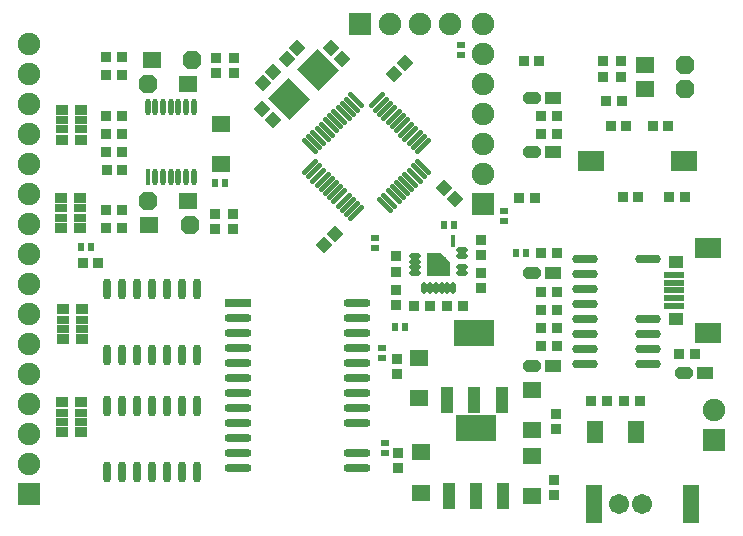
<source format=gts>
G04*
G04 #@! TF.GenerationSoftware,Altium Limited,Altium Designer,18.1.9 (240)*
G04*
G04 Layer_Color=8388736*
%FSLAX25Y25*%
%MOIN*%
G70*
G01*
G75*
%ADD51R,0.03800X0.03800*%
%ADD52R,0.08674X0.06706*%
%ADD53R,0.05800X0.04300*%
G04:AMPARAMS|DCode=54|XSize=58mil|YSize=43mil|CornerRadius=0mil|HoleSize=0mil|Usage=FLASHONLY|Rotation=180.000|XOffset=0mil|YOffset=0mil|HoleType=Round|Shape=Octagon|*
%AMOCTAGOND54*
4,1,8,-0.02900,0.01075,-0.02900,-0.01075,-0.01825,-0.02150,0.01825,-0.02150,0.02900,-0.01075,0.02900,0.01075,0.01825,0.02150,-0.01825,0.02150,-0.02900,0.01075,0.0*
%
%ADD54OCTAGOND54*%

%ADD55R,0.02769X0.02375*%
%ADD56R,0.04737X0.04737*%
%ADD57R,0.01784X0.03950*%
%ADD58O,0.03950X0.01784*%
%ADD59O,0.01784X0.03950*%
%ADD60R,0.02375X0.02769*%
%ADD61R,0.05800X0.07300*%
%ADD62P,0.05374X4X90.0*%
%ADD63P,0.05374X4X180.0*%
G04:AMPARAMS|DCode=64|XSize=102.49mil|YSize=94.61mil|CornerRadius=0mil|HoleSize=0mil|Usage=FLASHONLY|Rotation=315.000|XOffset=0mil|YOffset=0mil|HoleType=Round|Shape=Rectangle|*
%AMROTATEDRECTD64*
4,1,4,-0.06969,0.00278,-0.00278,0.06969,0.06969,-0.00278,0.00278,-0.06969,-0.06969,0.00278,0.0*
%
%ADD64ROTATEDRECTD64*%

G04:AMPARAMS|DCode=65|XSize=17.84mil|YSize=69.02mil|CornerRadius=0mil|HoleSize=0mil|Usage=FLASHONLY|Rotation=45.000|XOffset=0mil|YOffset=0mil|HoleType=Round|Shape=Round|*
%AMOVALD65*
21,1,0.05118,0.01784,0.00000,0.00000,135.0*
1,1,0.01784,0.01810,-0.01810*
1,1,0.01784,-0.01810,0.01810*
%
%ADD65OVALD65*%

G04:AMPARAMS|DCode=66|XSize=17.84mil|YSize=69.02mil|CornerRadius=0mil|HoleSize=0mil|Usage=FLASHONLY|Rotation=315.000|XOffset=0mil|YOffset=0mil|HoleType=Round|Shape=Round|*
%AMOVALD66*
21,1,0.05118,0.01784,0.00000,0.00000,45.0*
1,1,0.01784,-0.01810,-0.01810*
1,1,0.01784,0.01810,0.01810*
%
%ADD66OVALD66*%

%ADD67R,0.03800X0.03800*%
G04:AMPARAMS|DCode=68|XSize=63mil|YSize=58mil|CornerRadius=0mil|HoleSize=0mil|Usage=FLASHONLY|Rotation=0.000|XOffset=0mil|YOffset=0mil|HoleType=Round|Shape=Octagon|*
%AMOCTAGOND68*
4,1,8,0.03150,-0.01450,0.03150,0.01450,0.01700,0.02900,-0.01700,0.02900,-0.03150,0.01450,-0.03150,-0.01450,-0.01700,-0.02900,0.01700,-0.02900,0.03150,-0.01450,0.0*
%
%ADD68OCTAGOND68*%

%ADD69R,0.06300X0.05800*%
%ADD70R,0.07099X0.02178*%
%ADD71O,0.08674X0.02965*%
%ADD72R,0.13398X0.09068*%
%ADD73R,0.04343X0.09068*%
%ADD74R,0.06312X0.05524*%
%ADD75R,0.09068X0.02965*%
%ADD76O,0.09068X0.02965*%
%ADD77O,0.01784X0.05524*%
%ADD78R,0.01784X0.05524*%
%ADD79R,0.04343X0.03359*%
%ADD80R,0.04343X0.02769*%
%ADD81O,0.02559X0.07087*%
%ADD82R,0.07493X0.07493*%
%ADD83C,0.07493*%
%ADD84R,0.07493X0.07493*%
%ADD85R,0.05524X0.12611*%
%ADD86C,0.06706*%
%ADD87R,0.08674X0.06706*%
%ADD88R,0.04737X0.03950*%
G36*
X66000Y-131491D02*
X58126D01*
Y-123617D01*
X62841Y-123617D01*
X66000Y-126776D01*
X66000Y-131491D01*
D02*
G37*
D51*
X129118Y-173000D02*
D03*
X124000D02*
D03*
X118059Y-173000D02*
D03*
X112941D02*
D03*
X96269Y-84173D02*
D03*
X101387D02*
D03*
X96269Y-78173D02*
D03*
X101387D02*
D03*
X124559Y-81500D02*
D03*
X119441D02*
D03*
X133441D02*
D03*
X138559D02*
D03*
X147388Y-157305D02*
D03*
X142270D02*
D03*
X94118Y-105424D02*
D03*
X89000D02*
D03*
X123441Y-105000D02*
D03*
X128559D02*
D03*
X138941D02*
D03*
X144059D02*
D03*
X95559Y-59865D02*
D03*
X90441D02*
D03*
X117941Y-72924D02*
D03*
X123059D02*
D03*
X96328Y-154730D02*
D03*
X101446D02*
D03*
X96328Y-148730D02*
D03*
X101446D02*
D03*
X96328Y-136730D02*
D03*
X101446D02*
D03*
X96328Y-142730D02*
D03*
X101446D02*
D03*
X96269Y-123806D02*
D03*
X101387D02*
D03*
X59122Y-141479D02*
D03*
X54004D02*
D03*
X64945Y-141479D02*
D03*
X70063D02*
D03*
X-43567Y-89922D02*
D03*
X-48685D02*
D03*
X-43507Y-95922D02*
D03*
X-48625D02*
D03*
X-43567Y-115540D02*
D03*
X-48685D02*
D03*
Y-109422D02*
D03*
X-43567D02*
D03*
X-48684Y-83922D02*
D03*
X-43566D02*
D03*
X-48684Y-77922D02*
D03*
X-43566D02*
D03*
X-43567Y-64423D02*
D03*
X-48685D02*
D03*
X-48684Y-58422D02*
D03*
X-43566D02*
D03*
X-56559Y-127000D02*
D03*
X-51441D02*
D03*
D52*
X144000Y-93000D02*
D03*
X112769Y-93079D02*
D03*
D53*
X100329Y-72095D02*
D03*
Y-90095D02*
D03*
X100328Y-130230D02*
D03*
Y-161230D02*
D03*
X150887Y-163638D02*
D03*
D54*
X93329Y-72095D02*
D03*
Y-90095D02*
D03*
X93328Y-130230D02*
D03*
Y-161230D02*
D03*
X143887Y-163638D02*
D03*
D55*
X84000Y-109849D02*
D03*
Y-113195D02*
D03*
X69500Y-54425D02*
D03*
Y-57771D02*
D03*
X41000Y-122000D02*
D03*
Y-118654D02*
D03*
X43118Y-155229D02*
D03*
Y-158575D02*
D03*
X44020Y-186943D02*
D03*
Y-190289D02*
D03*
D56*
X62063Y-127554D02*
D03*
D57*
X66984Y-119680D02*
D03*
D58*
X54189Y-130507D02*
D03*
Y-128538D02*
D03*
Y-126570D02*
D03*
Y-124601D02*
D03*
X69937Y-122633D02*
D03*
Y-124601D02*
D03*
Y-128538D02*
D03*
Y-130507D02*
D03*
D59*
X66984Y-135428D02*
D03*
X65016D02*
D03*
X63047D02*
D03*
X61079D02*
D03*
X59110D02*
D03*
X57142D02*
D03*
D60*
X91175Y-123805D02*
D03*
X87828D02*
D03*
X67078Y-114500D02*
D03*
X63732D02*
D03*
X47463Y-148500D02*
D03*
X50810D02*
D03*
X-53654Y-121731D02*
D03*
X-57000D02*
D03*
X-12397Y-100300D02*
D03*
X-9050D02*
D03*
D61*
X127750Y-183500D02*
D03*
X114250D02*
D03*
D62*
X3381Y-67119D02*
D03*
X7000Y-63500D02*
D03*
X11381Y-59119D02*
D03*
X15000Y-55500D02*
D03*
X50810Y-60543D02*
D03*
X47190Y-64162D02*
D03*
X23781Y-121119D02*
D03*
X27400Y-117500D02*
D03*
D63*
X29810Y-59009D02*
D03*
X26191Y-55391D02*
D03*
X3190Y-75655D02*
D03*
X6809Y-79274D02*
D03*
X67619Y-105704D02*
D03*
X64000Y-102085D02*
D03*
D64*
X12128Y-72336D02*
D03*
X21872Y-62593D02*
D03*
D65*
X34543Y-72856D02*
D03*
X33151Y-74248D02*
D03*
X31759Y-75640D02*
D03*
X30367Y-77032D02*
D03*
X28975Y-78424D02*
D03*
X27583Y-79816D02*
D03*
X26191Y-81208D02*
D03*
X24799Y-82600D02*
D03*
X23407Y-83992D02*
D03*
X22015Y-85384D02*
D03*
X20623Y-86775D02*
D03*
X19231Y-88168D02*
D03*
X44284Y-107652D02*
D03*
X45676Y-106261D02*
D03*
X47068Y-104869D02*
D03*
X48460Y-103477D02*
D03*
X49852Y-102085D02*
D03*
X51244Y-100693D02*
D03*
X52636Y-99301D02*
D03*
X54027Y-97909D02*
D03*
X55419Y-96517D02*
D03*
X56811Y-95125D02*
D03*
D66*
X19231D02*
D03*
X20623Y-96517D02*
D03*
X22015Y-97909D02*
D03*
X23407Y-99301D02*
D03*
X24799Y-100693D02*
D03*
X26191Y-102085D02*
D03*
X27583Y-103477D02*
D03*
X28975Y-104869D02*
D03*
X30367Y-106261D02*
D03*
X31759Y-107652D02*
D03*
X33151Y-109044D02*
D03*
X34543Y-110436D02*
D03*
X56811Y-88168D02*
D03*
X55419Y-86775D02*
D03*
X54027Y-85384D02*
D03*
X52636Y-83992D02*
D03*
X51244Y-82600D02*
D03*
X49852Y-81208D02*
D03*
X48460Y-79816D02*
D03*
X47068Y-78424D02*
D03*
X45676Y-77032D02*
D03*
X44284Y-75640D02*
D03*
X42892Y-74248D02*
D03*
X41500Y-72856D02*
D03*
D67*
X117000Y-59864D02*
D03*
Y-64983D02*
D03*
X123000D02*
D03*
Y-59864D02*
D03*
X48000Y-124806D02*
D03*
Y-129924D02*
D03*
Y-141118D02*
D03*
Y-136000D02*
D03*
X76063Y-124479D02*
D03*
Y-119361D02*
D03*
X76063Y-130420D02*
D03*
Y-135538D02*
D03*
X101019Y-177440D02*
D03*
Y-182558D02*
D03*
X48028Y-164118D02*
D03*
Y-159000D02*
D03*
X100519Y-199309D02*
D03*
Y-204427D02*
D03*
X48520Y-195502D02*
D03*
Y-190384D02*
D03*
X-12626Y-110682D02*
D03*
Y-115800D02*
D03*
X-6626Y-110682D02*
D03*
Y-115800D02*
D03*
X-6126Y-58741D02*
D03*
Y-63859D02*
D03*
X-12125D02*
D03*
Y-58741D02*
D03*
D68*
X144250Y-68924D02*
D03*
Y-60924D02*
D03*
X-34876Y-67300D02*
D03*
X-20125Y-59300D02*
D03*
X-34876Y-106422D02*
D03*
X-20870Y-114300D02*
D03*
D69*
X130750Y-68924D02*
D03*
Y-60924D02*
D03*
X-21375Y-67300D02*
D03*
X-33626Y-59300D02*
D03*
X-21375Y-106422D02*
D03*
X-34370Y-114300D02*
D03*
D70*
X140580Y-133624D02*
D03*
Y-131065D02*
D03*
Y-141301D02*
D03*
Y-136183D02*
D03*
Y-138742D02*
D03*
D71*
X110828Y-125805D02*
D03*
Y-130805D02*
D03*
Y-135805D02*
D03*
Y-140805D02*
D03*
Y-145805D02*
D03*
Y-150805D02*
D03*
Y-155805D02*
D03*
Y-160805D02*
D03*
X131928Y-125805D02*
D03*
Y-145805D02*
D03*
Y-150805D02*
D03*
Y-155805D02*
D03*
Y-160805D02*
D03*
D72*
X74000Y-150279D02*
D03*
X74520Y-182148D02*
D03*
D73*
X83055Y-172720D02*
D03*
X74000D02*
D03*
X64945D02*
D03*
X83575Y-204588D02*
D03*
X74520D02*
D03*
X65465D02*
D03*
D74*
X93020Y-182693D02*
D03*
Y-169307D02*
D03*
X55500Y-158807D02*
D03*
Y-172193D02*
D03*
X56020Y-190175D02*
D03*
Y-203561D02*
D03*
X93020Y-204636D02*
D03*
Y-191250D02*
D03*
X-10566Y-93993D02*
D03*
Y-80607D02*
D03*
D75*
X-4882Y-140364D02*
D03*
D76*
Y-145364D02*
D03*
Y-150364D02*
D03*
Y-155364D02*
D03*
Y-160364D02*
D03*
Y-165364D02*
D03*
Y-170364D02*
D03*
Y-175364D02*
D03*
Y-180364D02*
D03*
Y-185364D02*
D03*
X34882Y-160364D02*
D03*
Y-165364D02*
D03*
Y-170364D02*
D03*
Y-175364D02*
D03*
Y-180364D02*
D03*
Y-190364D02*
D03*
Y-195364D02*
D03*
X-4882D02*
D03*
Y-190364D02*
D03*
X34882Y-140364D02*
D03*
Y-145364D02*
D03*
Y-150364D02*
D03*
Y-155364D02*
D03*
D77*
X-34923Y-75186D02*
D03*
X-32364D02*
D03*
X-29805D02*
D03*
X-27246D02*
D03*
X-24686D02*
D03*
X-22127D02*
D03*
X-19568D02*
D03*
Y-98414D02*
D03*
X-22127D02*
D03*
X-24686D02*
D03*
X-27246D02*
D03*
X-29805D02*
D03*
X-32364D02*
D03*
D78*
X-34923D02*
D03*
D79*
X-63500Y-86020D02*
D03*
Y-75941D02*
D03*
X-57201D02*
D03*
Y-86020D02*
D03*
X-57350Y-105397D02*
D03*
Y-115476D02*
D03*
X-63650D02*
D03*
Y-105397D02*
D03*
X-56850Y-142461D02*
D03*
Y-152539D02*
D03*
X-63150D02*
D03*
Y-142461D02*
D03*
X-57201Y-173461D02*
D03*
Y-183539D02*
D03*
X-63500D02*
D03*
Y-173461D02*
D03*
D80*
X-63500Y-82556D02*
D03*
Y-79406D02*
D03*
X-57201D02*
D03*
Y-82556D02*
D03*
X-57350Y-108861D02*
D03*
Y-112011D02*
D03*
X-63650D02*
D03*
Y-108861D02*
D03*
X-56850Y-145925D02*
D03*
Y-149075D02*
D03*
X-63150D02*
D03*
Y-145925D02*
D03*
X-57201Y-176925D02*
D03*
Y-180075D02*
D03*
X-63500D02*
D03*
Y-176925D02*
D03*
D81*
X-23500Y-135664D02*
D03*
X-28500D02*
D03*
X-33500D02*
D03*
X-38500D02*
D03*
X-43500D02*
D03*
X-48500D02*
D03*
X-18500D02*
D03*
X-18500Y-157864D02*
D03*
X-23500D02*
D03*
X-28500D02*
D03*
X-33500D02*
D03*
X-38500D02*
D03*
X-43500D02*
D03*
X-48500D02*
D03*
X-23390Y-174664D02*
D03*
X-28390D02*
D03*
X-33390D02*
D03*
X-38390D02*
D03*
X-43390D02*
D03*
X-48390D02*
D03*
X-18390D02*
D03*
X-18390Y-196864D02*
D03*
X-23390D02*
D03*
X-28390D02*
D03*
X-33390D02*
D03*
X-38390D02*
D03*
X-43390D02*
D03*
X-48390D02*
D03*
D82*
X77000Y-107465D02*
D03*
X154000Y-186000D02*
D03*
X-74500Y-204000D02*
D03*
D83*
X77000Y-97465D02*
D03*
Y-87465D02*
D03*
Y-77465D02*
D03*
Y-67465D02*
D03*
Y-57465D02*
D03*
Y-47465D02*
D03*
X66000Y-47500D02*
D03*
X56000D02*
D03*
X46000D02*
D03*
X154000Y-176000D02*
D03*
X-74500Y-74000D02*
D03*
Y-94000D02*
D03*
Y-134000D02*
D03*
Y-144000D02*
D03*
Y-164000D02*
D03*
Y-194000D02*
D03*
Y-184000D02*
D03*
Y-174000D02*
D03*
Y-154000D02*
D03*
Y-124000D02*
D03*
Y-114000D02*
D03*
Y-104000D02*
D03*
Y-84000D02*
D03*
Y-64000D02*
D03*
Y-54000D02*
D03*
D84*
X36000Y-47500D02*
D03*
D85*
X146142Y-207500D02*
D03*
X113859D02*
D03*
D86*
X130000Y-207500D02*
D03*
X122126Y-207500D02*
D03*
D87*
X151998Y-150454D02*
D03*
Y-121911D02*
D03*
D88*
X141328Y-126636D02*
D03*
Y-145730D02*
D03*
M02*

</source>
